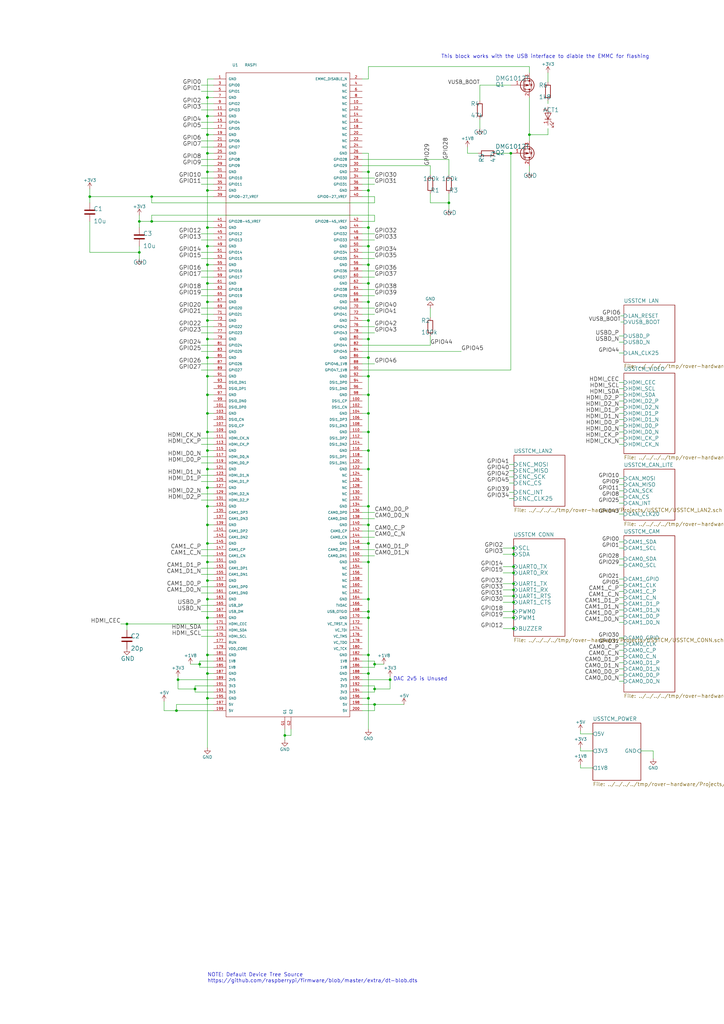
<source format=kicad_sch>
(kicad_sch (version 20230121) (generator eeschema)
  (paper "A3" portrait)
  (title_block (title "USSTCM.sch") (date "9 JUN 2016"))
  (junction (at 72.39 291.465))
  (junction (at 85.09 47.625))
  (junction (at 85.09 78.105))
  (junction (at 210.693 250.825))
  (junction (at 85.09 123.825))
  (junction (at 80.01 282.575))
  (junction (at 210.693 241.935))
  (junction (at 62.23 80.645))
  (junction (at 151.13 93.345))
  (junction (at 151.13 146.685))
  (junction (at 151.13 154.305))
  (junction (at 85.09 55.245))
  (junction (at 151.13 215.265))
  (junction (at 85.09 169.545))
  (junction (at 217.17 55.245))
  (junction (at 151.13 161.925))
  (junction (at 85.09 215.265))
  (junction (at 85.09 93.345))
  (junction (at 85.09 200.025))
  (junction (at 151.13 177.165))
  (junction (at 210.693 227.33))
  (junction (at 210.693 239.395))
  (junction (at 151.13 184.785))
  (junction (at 151.13 268.605))
  (junction (at 85.09 146.685))
  (junction (at 85.09 70.485))
  (junction (at 85.09 62.865))
  (junction (at 151.13 230.505))
  (junction (at 151.13 123.825))
  (junction (at 85.09 116.205))
  (junction (at 85.09 230.505))
  (junction (at 151.13 78.105))
  (junction (at 85.09 222.885))
  (junction (at 85.09 40.005))
  (junction (at 73.025 278.765))
  (junction (at 116.84 301.625))
  (junction (at 210.693 257.81))
  (junction (at 151.13 253.365))
  (junction (at 151.13 70.485))
  (junction (at 151.13 222.885))
  (junction (at 151.13 108.585))
  (junction (at 62.23 90.805))
  (junction (at 85.09 161.925))
  (junction (at 210.693 247.015))
  (junction (at 153.67 288.925))
  (junction (at 151.13 286.385))
  (junction (at 209.55 62.865))
  (junction (at 57.15 103.505))
  (junction (at 151.13 276.225))
  (junction (at 81.915 272.415))
  (junction (at 210.693 244.475))
  (junction (at 85.09 177.165))
  (junction (at 85.09 245.745))
  (junction (at 151.13 250.825))
  (junction (at 151.13 131.445))
  (junction (at 153.67 272.415))
  (junction (at 57.15 90.805))
  (junction (at 85.09 207.645))
  (junction (at 151.13 245.745))
  (junction (at 210.693 232.41))
  (junction (at 85.09 108.585))
  (junction (at 151.13 139.065))
  (junction (at 151.13 207.645))
  (junction (at 151.13 116.205))
  (junction (at 153.67 282.575))
  (junction (at 210.693 234.95))
  (junction (at 85.09 253.365))
  (junction (at 85.09 100.965))
  (junction (at 85.09 276.225))
  (junction (at 85.09 192.405))
  (junction (at 85.09 184.785))
  (junction (at 85.09 286.385))
  (junction (at 151.13 169.545))
  (junction (at 85.09 131.445))
  (junction (at 85.09 268.605))
  (junction (at 160.02 278.765))
  (junction (at 85.09 154.305))
  (junction (at 52.07 255.905))
  (junction (at 184.15 83.185))
  (junction (at 210.693 253.365))
  (junction (at 151.13 100.965))
  (junction (at 151.13 192.405))
  (junction (at 36.83 80.645))
  (junction (at 85.09 139.065))
  (junction (at 210.693 224.79))
  (junction (at 85.09 238.125))
  (wire (pts (xy 62.23 90.805) (xy 87.63 90.805)))
  (wire (pts (xy 255.905 245.11) (xy 254 245.11)))
  (wire (pts (xy 85.09 146.685) (xy 85.09 154.305)))
  (wire (pts (xy 85.09 207.645) (xy 85.09 215.265)))
  (wire (pts (xy 87.63 128.905) (xy 82.55 128.905)))
  (wire (pts (xy 148.59 75.565) (xy 153.67 75.565)))
  (wire (pts (xy 87.63 47.625) (xy 85.09 47.625)))
  (wire (pts (xy 87.63 161.925) (xy 85.09 161.925)))
  (wire (pts (xy 254 164.465) (xy 255.905 164.465)))
  (wire (pts (xy 87.63 227.965) (xy 82.55 227.965)))
  (wire (pts (xy 153.67 282.575) (xy 153.67 283.845)))
  (wire (pts (xy 57.15 90.805) (xy 62.23 90.805)))
  (wire (pts (xy 254 255.27) (xy 255.905 255.27)))
  (wire (pts (xy 148.59 151.765) (xy 209.55 151.765)))
  (wire (pts (xy 217.17 27.305) (xy 217.17 29.845)))
  (wire (pts (xy 148.59 106.045) (xy 153.67 106.045)))
  (wire (pts (xy 85.09 238.125) (xy 85.09 245.745)))
  (wire (pts (xy 254 137.795) (xy 255.905 137.795)))
  (wire (pts (xy 85.09 169.545) (xy 85.09 177.165)))
  (wire (pts (xy 255.905 196.215) (xy 254 196.215)))
  (wire (pts (xy 148.59 98.425) (xy 153.67 98.425)))
  (wire (pts (xy 210.82 190.5) (xy 208.915 190.5)))
  (wire (pts (xy 87.63 243.205) (xy 82.55 243.205)))
  (wire (pts (xy 255.905 132.08) (xy 254.635 132.08)))
  (wire (pts (xy 148.59 227.965) (xy 153.67 227.965)))
  (wire (pts (xy 151.13 93.345) (xy 151.13 100.965)))
  (wire (pts (xy 87.63 37.465) (xy 82.55 37.465)))
  (wire (pts (xy 148.59 93.345) (xy 151.13 93.345)))
  (wire (pts (xy 87.63 118.745) (xy 82.55 118.745)))
  (wire (pts (xy 87.63 207.645) (xy 85.09 207.645)))
  (wire (pts (xy 255.905 198.755) (xy 254 198.755)))
  (wire (pts (xy 87.63 116.205) (xy 85.09 116.205)))
  (wire (pts (xy 254 247.65) (xy 255.905 247.65)))
  (wire (pts (xy 36.83 77.47) (xy 36.83 80.645)))
  (wire (pts (xy 208.915 201.93) (xy 210.82 201.93)))
  (wire (pts (xy 151.13 207.645) (xy 151.13 215.265)))
  (wire (pts (xy 148.59 212.725) (xy 153.67 212.725)))
  (wire (pts (xy 254 269.24) (xy 255.905 269.24)))
  (wire (pts (xy 160.02 282.575) (xy 153.67 282.575)))
  (wire (pts (xy 153.67 80.645) (xy 153.67 83.185)))
  (wire (pts (xy 238.125 314.96) (xy 238.125 313.69)))
  (wire (pts (xy 62.23 88.265) (xy 62.23 90.805)))
  (wire (pts (xy 87.63 70.485) (xy 85.09 70.485)))
  (wire (pts (xy 87.63 194.945) (xy 82.55 194.945)))
  (wire (pts (xy 224.79 55.245) (xy 217.17 55.245)))
  (wire (pts (xy 153.67 288.925) (xy 165.735 288.925)))
  (wire (pts (xy 87.63 111.125) (xy 82.55 111.125)))
  (wire (pts (xy 151.13 27.305) (xy 217.17 27.305)))
  (wire (pts (xy 210.693 253.365) (xy 206.375 253.365)))
  (wire (pts (xy 57.15 90.805) (xy 57.15 93.345)))
  (wire (pts (xy 157.48 272.415) (xy 153.67 272.415)))
  (wire (pts (xy 151.13 245.745) (xy 151.13 250.825)))
  (wire (pts (xy 255.905 224.79) (xy 254 224.79)))
  (wire (pts (xy 73.025 278.765) (xy 73.025 282.575)))
  (wire (pts (xy 87.63 189.865) (xy 82.55 189.865)))
  (wire (pts (xy 85.09 192.405) (xy 85.09 200.025)))
  (wire (pts (xy 254 169.545) (xy 255.905 169.545)))
  (wire (pts (xy 254 140.335) (xy 255.905 140.335)))
  (wire (pts (xy 57.15 103.505) (xy 57.15 106.045)))
  (wire (pts (xy 151.13 32.385) (xy 151.13 27.305)))
  (wire (pts (xy 80.01 283.845) (xy 87.63 283.845)))
  (wire (pts (xy 151.13 192.405) (xy 151.13 207.645)))
  (wire (pts (xy 87.63 240.665) (xy 82.55 240.665)))
  (wire (pts (xy 151.13 169.545) (xy 151.13 177.165)))
  (wire (pts (xy 87.63 136.525) (xy 82.55 136.525)))
  (wire (pts (xy 243.205 314.96) (xy 238.125 314.96)))
  (wire (pts (xy 85.09 70.485) (xy 85.09 78.105)))
  (wire (pts (xy 148.59 177.165) (xy 151.13 177.165)))
  (wire (pts (xy 148.59 100.965) (xy 151.13 100.965)))
  (wire (pts (xy 209.55 151.765) (xy 209.55 62.865)))
  (wire (pts (xy 176.53 126.365) (xy 176.53 130.175)))
  (wire (pts (xy 254 279.4) (xy 255.905 279.4)))
  (wire (pts (xy 176.53 79.375) (xy 176.53 83.185)))
  (wire (pts (xy 151.13 215.265) (xy 151.13 222.885)))
  (wire (pts (xy 148.59 65.405) (xy 184.15 65.405)))
  (wire (pts (xy 153.67 271.145) (xy 153.67 272.415)))
  (wire (pts (xy 87.63 139.065) (xy 85.09 139.065)))
  (wire (pts (xy 87.63 78.105) (xy 85.09 78.105)))
  (wire (pts (xy 254 167.005) (xy 255.905 167.005)))
  (wire (pts (xy 148.59 103.505) (xy 153.67 103.505)))
  (wire (pts (xy 87.63 34.925) (xy 82.55 34.925)))
  (wire (pts (xy 255.905 264.16) (xy 254 264.16)))
  (wire (pts (xy 184.15 79.375) (xy 184.15 83.185)))
  (wire (pts (xy 210.693 239.395) (xy 206.375 239.395)))
  (wire (pts (xy 210.82 204.47) (xy 208.915 204.47)))
  (wire (pts (xy 57.15 103.505) (xy 36.83 103.505)))
  (wire (pts (xy 49.53 255.905) (xy 52.07 255.905)))
  (wire (pts (xy 87.63 245.745) (xy 85.09 245.745)))
  (wire (pts (xy 52.07 255.905) (xy 87.63 255.905)))
  (wire (pts (xy 210.693 224.79) (xy 206.375 224.79)))
  (wire (pts (xy 153.67 272.415) (xy 153.67 273.685)))
  (wire (pts (xy 210.693 244.475) (xy 206.375 244.475)))
  (wire (pts (xy 151.13 62.865) (xy 151.13 70.485)))
  (wire (pts (xy 87.63 100.965) (xy 85.09 100.965)))
  (wire (pts (xy 87.63 202.565) (xy 82.55 202.565)))
  (wire (pts (xy 87.63 154.305) (xy 85.09 154.305)))
  (wire (pts (xy 87.63 121.285) (xy 82.55 121.285)))
  (wire (pts (xy 176.53 141.605) (xy 148.59 141.605)))
  (wire (pts (xy 148.59 278.765) (xy 160.02 278.765)))
  (wire (pts (xy 151.13 131.445) (xy 151.13 139.065)))
  (wire (pts (xy 87.63 200.025) (xy 85.09 200.025)))
  (wire (pts (xy 254 266.7) (xy 255.905 266.7)))
  (wire (pts (xy 116.84 299.085) (xy 116.84 301.625)))
  (wire (pts (xy 148.59 192.405) (xy 151.13 192.405)))
  (wire (pts (xy 87.63 126.365) (xy 82.55 126.365)))
  (wire (pts (xy 254 250.19) (xy 255.905 250.19)))
  (wire (pts (xy 153.67 283.845) (xy 148.59 283.845)))
  (wire (pts (xy 254 177.165) (xy 255.905 177.165)))
  (wire (pts (xy 148.59 225.425) (xy 153.67 225.425)))
  (wire (pts (xy 148.59 32.385) (xy 151.13 32.385)))
  (wire (pts (xy 176.53 137.795) (xy 176.53 141.605)))
  (wire (pts (xy 87.63 276.225) (xy 85.09 276.225)))
  (wire (pts (xy 148.59 253.365) (xy 151.13 253.365)))
  (wire (pts (xy 238.125 300.99) (xy 238.125 299.72)))
  (wire (pts (xy 148.59 78.105) (xy 151.13 78.105)))
  (wire (pts (xy 87.63 62.865) (xy 85.09 62.865)))
  (wire (pts (xy 160.02 277.495) (xy 160.02 278.765)))
  (wire (pts (xy 151.13 184.785) (xy 151.13 192.405)))
  (wire (pts (xy 255.905 222.25) (xy 254 222.25)))
  (wire (pts (xy 87.63 141.605) (xy 82.55 141.605)))
  (wire (pts (xy 87.63 222.885) (xy 85.09 222.885)))
  (wire (pts (xy 210.693 247.015) (xy 206.375 247.015)))
  (wire (pts (xy 87.63 52.705) (xy 82.55 52.705)))
  (wire (pts (xy 151.13 123.825) (xy 151.13 131.445)))
  (wire (pts (xy 87.63 45.085) (xy 82.55 45.085)))
  (wire (pts (xy 255.905 206.375) (xy 254 206.375)))
  (wire (pts (xy 87.63 230.505) (xy 85.09 230.505)))
  (wire (pts (xy 148.59 131.445) (xy 151.13 131.445)))
  (wire (pts (xy 151.13 100.965) (xy 151.13 108.585)))
  (wire (pts (xy 36.83 80.645) (xy 62.23 80.645)))
  (wire (pts (xy 87.63 73.025) (xy 82.55 73.025)))
  (wire (pts (xy 87.63 98.425) (xy 82.55 98.425)))
  (wire (pts (xy 255.905 159.385) (xy 254 159.385)))
  (wire (pts (xy 191.77 60.325) (xy 191.77 62.865)))
  (wire (pts (xy 148.59 288.925) (xy 153.67 288.925)))
  (wire (pts (xy 72.39 288.925) (xy 72.39 291.465)))
  (wire (pts (xy 151.13 250.825) (xy 151.13 253.365)))
  (wire (pts (xy 87.63 113.665) (xy 82.55 113.665)))
  (wire (pts (xy 148.59 146.685) (xy 151.13 146.685)))
  (wire (pts (xy 87.63 187.325) (xy 82.55 187.325)))
  (wire (pts (xy 255.905 201.295) (xy 254 201.295)))
  (wire (pts (xy 153.67 88.265) (xy 62.23 88.265)))
  (wire (pts (xy 217.17 40.005) (xy 217.17 55.245)))
  (wire (pts (xy 85.09 154.305) (xy 85.09 161.925)))
  (wire (pts (xy 87.63 192.405) (xy 85.09 192.405)))
  (wire (pts (xy 191.77 62.865) (xy 196.215 62.865)))
  (wire (pts (xy 255.905 210.82) (xy 254 210.82)))
  (wire (pts (xy 196.85 48.895) (xy 196.85 52.705)))
  (wire (pts (xy 87.63 288.925) (xy 72.39 288.925)))
  (wire (pts (xy 87.63 197.485) (xy 82.55 197.485)))
  (wire (pts (xy 210.82 198.12) (xy 208.915 198.12)))
  (wire (pts (xy 254 144.78) (xy 255.905 144.78)))
  (wire (pts (xy 87.63 238.125) (xy 85.09 238.125)))
  (wire (pts (xy 85.09 100.965) (xy 85.09 108.585)))
  (wire (pts (xy 151.13 253.365) (xy 151.13 268.605)))
  (wire (pts (xy 87.63 32.385) (xy 85.09 32.385)))
  (wire (pts (xy 85.09 40.005) (xy 87.63 40.005)))
  (wire (pts (xy 151.13 116.205) (xy 151.13 123.825)))
  (wire (pts (xy 148.59 230.505) (xy 151.13 230.505)))
  (wire (pts (xy 210.82 247.015) (xy 210.693 247.015)))
  (wire (pts (xy 148.59 111.125) (xy 153.67 111.125)))
  (wire (pts (xy 238.125 307.975) (xy 238.125 306.705)))
  (wire (pts (xy 148.59 207.645) (xy 151.13 207.645)))
  (wire (pts (xy 87.63 60.325) (xy 82.55 60.325)))
  (wire (pts (xy 153.67 273.685) (xy 148.59 273.685)))
  (wire (pts (xy 255.905 261.62) (xy 254 261.62)))
  (wire (pts (xy 148.59 217.805) (xy 153.67 217.805)))
  (wire (pts (xy 87.63 75.565) (xy 82.55 75.565)))
  (wire (pts (xy 87.63 57.785) (xy 82.55 57.785)))
  (wire (pts (xy 151.13 161.925) (xy 151.13 169.545)))
  (wire (pts (xy 153.67 83.185) (xy 62.23 83.185)))
  (wire (pts (xy 255.905 240.03) (xy 254 240.03)))
  (wire (pts (xy 184.15 65.405) (xy 184.15 71.755)))
  (wire (pts (xy 148.59 116.205) (xy 151.13 116.205)))
  (wire (pts (xy 224.79 52.705) (xy 224.79 55.245)))
  (wire (pts (xy 87.63 133.985) (xy 82.55 133.985)))
  (wire (pts (xy 151.13 139.065) (xy 151.13 146.685)))
  (wire (pts (xy 87.63 144.145) (xy 82.55 144.145)))
  (wire (pts (xy 87.63 268.605) (xy 85.09 268.605)))
  (wire (pts (xy 255.905 231.775) (xy 254 231.775)))
  (wire (pts (xy 116.84 301.625) (xy 119.38 301.625)))
  (wire (pts (xy 148.59 80.645) (xy 153.67 80.645)))
  (wire (pts (xy 87.63 260.985) (xy 82.55 260.985)))
  (wire (pts (xy 87.63 95.885) (xy 82.55 95.885)))
  (wire (pts (xy 87.63 106.045) (xy 82.55 106.045)))
  (wire (pts (xy 81.915 271.145) (xy 81.915 272.415)))
  (wire (pts (xy 87.63 169.545) (xy 85.09 169.545)))
  (wire (pts (xy 196.85 34.925) (xy 196.85 41.275)))
  (wire (pts (xy 85.09 93.345) (xy 85.09 100.965)))
  (wire (pts (xy 36.83 103.505) (xy 36.83 90.805)))
  (wire (pts (xy 254 237.49) (xy 255.905 237.49)))
  (wire (pts (xy 153.67 288.925) (xy 153.67 291.465)))
  (wire (pts (xy 210.82 195.58) (xy 208.915 195.58)))
  (wire (pts (xy 224.79 29.845) (xy 224.79 33.655)))
  (wire (pts (xy 148.59 90.805) (xy 153.67 90.805)))
  (wire (pts (xy 148.59 70.485) (xy 151.13 70.485)))
  (wire (pts (xy 87.63 67.945) (xy 82.55 67.945)))
  (wire (pts (xy 67.31 287.655) (xy 67.31 291.465)))
  (wire (pts (xy 148.59 222.885) (xy 151.13 222.885)))
  (wire (pts (xy 87.63 177.165) (xy 85.09 177.165)))
  (wire (pts (xy 85.09 108.585) (xy 85.09 116.205)))
  (wire (pts (xy 87.63 253.365) (xy 85.09 253.365)))
  (wire (pts (xy 151.13 78.105) (xy 151.13 93.345)))
  (wire (pts (xy 87.63 55.245) (xy 85.09 55.245)))
  (wire (pts (xy 87.63 108.585) (xy 85.09 108.585)))
  (wire (pts (xy 210.82 253.365) (xy 210.693 253.365)))
  (wire (pts (xy 85.09 215.265) (xy 85.09 222.885)))
  (wire (pts (xy 81.915 272.415) (xy 81.915 273.685)))
  (wire (pts (xy 209.55 62.865) (xy 203.835 62.865)))
  (wire (pts (xy 73.025 282.575) (xy 80.01 282.575)))
  (wire (pts (xy 210.82 224.79) (xy 210.693 224.79)))
  (wire (pts (xy 87.63 248.285) (xy 82.55 248.285)))
  (wire (pts (xy 210.693 250.825) (xy 206.375 250.825)))
  (wire (pts (xy 87.63 146.685) (xy 85.09 146.685)))
  (wire (pts (xy 85.09 200.025) (xy 85.09 207.645)))
  (wire (pts (xy 81.915 273.685) (xy 87.63 273.685)))
  (wire (pts (xy 62.23 83.185) (xy 62.23 80.645)))
  (wire (pts (xy 262.89 307.975) (xy 267.97 307.975)))
  (wire (pts (xy 151.13 146.685) (xy 151.13 154.305)))
  (wire (pts (xy 254 174.625) (xy 255.905 174.625)))
  (wire (pts (xy 87.63 50.165) (xy 82.55 50.165)))
  (wire (pts (xy 151.13 222.885) (xy 151.13 230.505)))
  (wire (pts (xy 254 252.73) (xy 255.905 252.73)))
  (wire (pts (xy 148.59 136.525) (xy 153.67 136.525)))
  (wire (pts (xy 148.59 215.265) (xy 151.13 215.265)))
  (wire (pts (xy 255.905 276.86) (xy 254 276.86)))
  (wire (pts (xy 148.59 154.305) (xy 151.13 154.305)))
  (wire (pts (xy 148.59 108.585) (xy 151.13 108.585)))
  (wire (pts (xy 148.59 139.065) (xy 151.13 139.065)))
  (wire (pts (xy 148.59 62.865) (xy 151.13 62.865)))
  (wire (pts (xy 62.23 80.645) (xy 87.63 80.645)))
  (wire (pts (xy 255.905 203.835) (xy 254 203.835)))
  (wire (pts (xy 78.105 272.415) (xy 81.915 272.415)))
  (wire (pts (xy 210.82 257.81) (xy 210.693 257.81)))
  (wire (pts (xy 87.63 93.345) (xy 85.09 93.345)))
  (wire (pts (xy 87.63 184.785) (xy 85.09 184.785)))
  (wire (pts (xy 210.693 227.33) (xy 206.375 227.33)))
  (wire (pts (xy 254 172.085) (xy 255.905 172.085)))
  (wire (pts (xy 148.59 95.885) (xy 153.67 95.885)))
  (wire (pts (xy 85.09 123.825) (xy 85.09 131.445)))
  (wire (pts (xy 148.59 210.185) (xy 153.67 210.185)))
  (wire (pts (xy 87.63 258.445) (xy 82.55 258.445)))
  (wire (pts (xy 148.59 245.745) (xy 151.13 245.745)))
  (wire (pts (xy 148.59 268.605) (xy 151.13 268.605)))
  (wire (pts (xy 85.09 276.225) (xy 85.09 286.385)))
  (wire (pts (xy 148.59 73.025) (xy 153.67 73.025)))
  (wire (pts (xy 116.84 301.625) (xy 116.84 303.53)))
  (wire (pts (xy 148.59 118.745) (xy 153.67 118.745)))
  (wire (pts (xy 73.025 278.765) (xy 87.63 278.765)))
  (wire (pts (xy 85.09 245.745) (xy 85.09 253.365)))
  (wire (pts (xy 153.67 291.465) (xy 148.59 291.465)))
  (wire (pts (xy 151.13 276.225) (xy 151.13 286.385)))
  (wire (pts (xy 151.13 154.305) (xy 151.13 161.925)))
  (wire (pts (xy 87.63 123.825) (xy 85.09 123.825)))
  (wire (pts (xy 85.09 286.385) (xy 85.09 306.705)))
  (wire (pts (xy 85.09 268.605) (xy 85.09 276.225)))
  (wire (pts (xy 151.13 230.505) (xy 151.13 245.745)))
  (wire (pts (xy 148.59 161.925) (xy 151.13 161.925)))
  (wire (pts (xy 57.15 88.265) (xy 57.15 90.805)))
  (wire (pts (xy 85.09 222.885) (xy 85.09 230.505)))
  (wire (pts (xy 151.13 108.585) (xy 151.13 116.205)))
  (wire (pts (xy 148.59 184.785) (xy 151.13 184.785)))
  (wire (pts (xy 80.01 281.305) (xy 80.01 282.575)))
  (wire (pts (xy 210.82 193.04) (xy 208.915 193.04)))
  (wire (pts (xy 255.905 129.54) (xy 254.635 129.54)))
  (wire (pts (xy 52.07 258.445) (xy 52.07 255.905)))
  (wire (pts (xy 148.59 128.905) (xy 153.67 128.905)))
  (wire (pts (xy 176.53 67.945) (xy 176.53 71.755)))
  (wire (pts (xy 87.63 149.225) (xy 82.55 149.225)))
  (wire (pts (xy 176.53 83.185) (xy 184.15 83.185)))
  (wire (pts (xy 148.59 281.305) (xy 153.67 281.305)))
  (wire (pts (xy 254 156.845) (xy 255.905 156.845)))
  (wire (pts (xy 151.13 70.485) (xy 151.13 78.105)))
  (wire (pts (xy 85.09 230.505) (xy 85.09 238.125)))
  (wire (pts (xy 254 179.705) (xy 255.905 179.705)))
  (wire (pts (xy 148.59 250.825) (xy 151.13 250.825)))
  (wire (pts (xy 148.59 169.545) (xy 151.13 169.545)))
  (wire (pts (xy 255.905 161.925) (xy 254 161.925)))
  (wire (pts (xy 210.693 234.95) (xy 206.375 234.95)))
  (wire (pts (xy 255.905 229.235) (xy 254 229.235)))
  (wire (pts (xy 217.17 55.245) (xy 217.17 57.785)))
  (wire (pts (xy 87.63 271.145) (xy 81.915 271.145)))
  (wire (pts (xy 119.38 301.625) (xy 119.38 299.085)))
  (wire (pts (xy 85.09 62.865) (xy 85.09 70.485)))
  (wire (pts (xy 151.13 177.165) (xy 151.13 184.785)))
  (wire (pts (xy 87.63 233.045) (xy 82.55 233.045)))
  (wire (pts (xy 148.59 149.225) (xy 153.67 149.225)))
  (wire (pts (xy 57.15 100.965) (xy 57.15 103.505)))
  (wire (pts (xy 210.82 227.33) (xy 210.693 227.33)))
  (wire (pts (xy 87.63 179.705) (xy 82.55 179.705)))
  (wire (pts (xy 151.13 286.385) (xy 151.13 299.085)))
  (wire (pts (xy 224.79 41.275) (xy 224.79 42.545)))
  (wire (pts (xy 85.09 161.925) (xy 85.09 169.545)))
  (wire (pts (xy 210.82 241.935) (xy 210.693 241.935)))
  (wire (pts (xy 87.63 215.265) (xy 85.09 215.265)))
  (wire (pts (xy 210.82 250.825) (xy 210.693 250.825)))
  (wire (pts (xy 85.09 55.245) (xy 85.09 62.865)))
  (wire (pts (xy 255.905 271.78) (xy 254 271.78)))
  (wire (pts (xy 148.59 121.285) (xy 153.67 121.285)))
  (wire (pts (xy 85.09 184.785) (xy 85.09 192.405)))
  (wire (pts (xy 210.693 241.935) (xy 206.375 241.935)))
  (wire (pts (xy 85.09 286.385) (xy 87.63 286.385)))
  (wire (pts (xy 210.82 239.395) (xy 210.693 239.395)))
  (wire (pts (xy 148.59 67.945) (xy 176.53 67.945)))
  (wire (pts (xy 85.09 47.625) (xy 85.09 55.245)))
  (wire (pts (xy 85.09 32.385) (xy 85.09 40.005)))
  (wire (pts (xy 87.63 235.585) (xy 82.55 235.585)))
  (wire (pts (xy 148.59 113.665) (xy 153.67 113.665)))
  (wire (pts (xy 254 182.245) (xy 255.905 182.245)))
  (wire (pts (xy 153.67 90.805) (xy 153.67 88.265)))
  (wire (pts (xy 87.63 281.305) (xy 80.01 281.305)))
  (wire (pts (xy 72.39 291.465) (xy 87.63 291.465)))
  (wire (pts (xy 85.09 116.205) (xy 85.09 123.825)))
  (wire (pts (xy 87.63 131.445) (xy 85.09 131.445)))
  (wire (pts (xy 85.09 139.065) (xy 85.09 146.685)))
  (wire (pts (xy 87.63 151.765) (xy 82.55 151.765)))
  (wire (pts (xy 73.025 277.495) (xy 73.025 278.765)))
  (wire (pts (xy 210.82 234.95) (xy 210.693 234.95)))
  (wire (pts (xy 148.59 126.365) (xy 153.67 126.365)))
  (wire (pts (xy 148.59 220.345) (xy 153.67 220.345)))
  (wire (pts (xy 87.63 205.105) (xy 82.55 205.105)))
  (wire (pts (xy 151.13 268.605) (xy 151.13 276.225)))
  (wire (pts (xy 196.85 34.925) (xy 209.55 34.925)))
  (wire (pts (xy 85.09 131.445) (xy 85.09 139.065)))
  (wire (pts (xy 210.82 232.41) (xy 210.693 232.41)))
  (wire (pts (xy 267.97 307.975) (xy 267.97 311.15)))
  (wire (pts (xy 36.83 80.645) (xy 36.83 83.185)))
  (wire (pts (xy 151.13 286.385) (xy 148.59 286.385)))
  (wire (pts (xy 87.63 65.405) (xy 82.55 65.405)))
  (wire (pts (xy 87.63 250.825) (xy 82.55 250.825)))
  (wire (pts (xy 85.09 253.365) (xy 85.09 268.605)))
  (wire (pts (xy 85.09 40.005) (xy 85.09 47.625)))
  (wire (pts (xy 243.205 307.975) (xy 238.125 307.975)))
  (wire (pts (xy 153.67 281.305) (xy 153.67 282.575)))
  (wire (pts (xy 210.82 244.475) (xy 210.693 244.475)))
  (wire (pts (xy 210.693 257.81) (xy 206.375 257.81)))
  (wire (pts (xy 148.59 144.145) (xy 189.23 144.145)))
  (wire (pts (xy 210.693 232.41) (xy 206.375 232.41)))
  (wire (pts (xy 160.02 278.765) (xy 160.02 282.575)))
  (wire (pts (xy 85.09 78.105) (xy 85.09 93.345)))
  (wire (pts (xy 87.63 182.245) (xy 82.55 182.245)))
  (wire (pts (xy 67.31 291.465) (xy 72.39 291.465)))
  (wire (pts (xy 87.63 42.545) (xy 82.55 42.545)))
  (wire (pts (xy 87.63 225.425) (xy 82.55 225.425)))
  (wire (pts (xy 85.09 177.165) (xy 85.09 184.785)))
  (wire (pts (xy 254 242.57) (xy 255.905 242.57)))
  (wire (pts (xy 148.59 271.145) (xy 153.67 271.145)))
  (wire (pts (xy 148.59 276.225) (xy 151.13 276.225)))
  (wire (pts (xy 87.63 103.505) (xy 82.55 103.505)))
  (wire (pts (xy 254 274.32) (xy 255.905 274.32)))
  (wire (pts (xy 217.17 67.945) (xy 217.17 70.485)))
  (wire (pts (xy 148.59 133.985) (xy 153.67 133.985)))
  (wire (pts (xy 184.15 83.185) (xy 184.15 85.725)))
  (wire (pts (xy 148.59 123.825) (xy 151.13 123.825)))
  (wire (pts (xy 243.205 300.99) (xy 238.125 300.99)))
  (wire (pts (xy 80.01 282.575) (xy 80.01 283.845)))
  (text "This block works with the USB interface to diable the EMMC for flashing" (at 180.975 24.13 0) (effects (font (size 1.524 1.524)) (justify left bottom)))
  (text "NOTE: Default Device Tree Source\nhttps://github.com/raspberrypi/firmware/blob/master/extra/dt-blob.dts" (at 85.09 403.225 0) (effects (font (size 1.524 1.524)) (justify left bottom)))
  (text "DAC 2v5 is Unused" (at 161.29 279.4 0) (effects (font (size 1.524 1.524)) (justify left bottom)))
  (label "VUSB_BOOT" (at 254.635 132.08 180) (effects (font (size 1.524 1.524))))
  (label "GPIO7" (at 82.55 60.325 180) (effects (font (size 1.651 1.651))))
  (label "GPIO31" (at 153.67 75.565 0) (effects (font (size 1.651 1.651))))
  (label "HDMI_CK_P" (at 254 179.705 180) (effects (font (size 1.651 1.651))))
  (label "GPIO33" (at 206.375 241.935 180) (effects (font (size 1.651 1.651))))
  (label "GPIO15" (at 82.55 106.045 180) (effects (font (size 1.651 1.651))))
  (label "GPIO2" (at 82.55 42.545 180) (effects (font (size 1.651 1.651))))
  (label "GPIO34" (at 208.915 204.47 180) (effects (font (size 1.651 1.651))))
  (label "GPIO1" (at 82.55 37.465 180) (effects (font (size 1.651 1.651))))
  (label "HDMI_D2_P" (at 82.55 205.105 180) (effects (font (size 1.651 1.651))))
  (label "GPIO19" (at 82.55 121.285 180) (effects (font (size 1.651 1.651))))
  (label "HDMI_D2_N" (at 82.55 202.565 180) (effects (font (size 1.651 1.651))))
  (label "GPIO28" (at 254 229.235 180) (effects (font (size 1.524 1.524))))
  (label "GPIO31" (at 254 264.16 180) (effects (font (size 1.524 1.524))))
  (label "GPIO1" (at 254 224.79 180) (effects (font (size 1.524 1.524))))
  (label "CAM1_D0_N" (at 82.55 243.205 180) (effects (font (size 1.651 1.651))))
  (label "GPIO17" (at 82.55 113.665 180) (effects (font (size 1.651 1.651))))
  (label "GPIO27" (at 82.55 151.765 180) (effects (font (size 1.651 1.651))))
  (label "GPIO19" (at 206.375 253.365 180) (effects (font (size 1.651 1.651))))
  (label "HDMI_D1_N" (at 254 172.085 180) (effects (font (size 1.651 1.651))))
  (label "GPIO5" (at 82.55 52.705 180) (effects (font (size 1.651 1.651))))
  (label "CAM0_D1_N" (at 254 274.32 180) (effects (font (size 1.651 1.651))))
  (label "GPIO45" (at 208.915 198.12 180) (effects (font (size 1.651 1.651))))
  (label "GPIO12" (at 82.55 95.885 180) (effects (font (size 1.651 1.651))))
  (label "CAM1_C_P" (at 82.55 225.425 180) (effects (font (size 1.651 1.651))))
  (label "CAM0_D0_P" (at 254 276.86 180) (effects (font (size 1.651 1.651))))
  (label "GPIO43" (at 254 210.82 180) (effects (font (size 1.524 1.524))))
  (label "CAM1_D1_N" (at 254 250.19 180) (effects (font (size 1.651 1.651))))
  (label "GPIO25" (at 82.55 144.145 180) (effects (font (size 1.651 1.651))))
  (label "GPIO39" (at 153.67 121.285 0) (effects (font (size 1.651 1.651))))
  (label "CAM0_C_P" (at 254 266.7 180) (effects (font (size 1.651 1.651))))
  (label "CAM0_D1_P" (at 254 271.78 180) (effects (font (size 1.651 1.651))))
  (label "GPIO38" (at 153.67 118.745 0) (effects (font (size 1.651 1.651))))
  (label "GPIO46" (at 153.67 149.225 0) (effects (font (size 1.651 1.651))))
  (label "GPIO8" (at 82.55 65.405 180) (effects (font (size 1.651 1.651))))
  (label "GPIO3" (at 82.55 45.085 180) (effects (font (size 1.651 1.651))))
  (label "GPIO14" (at 82.55 103.505 180) (effects (font (size 1.651 1.651))))
  (label "CAM1_D1_P" (at 254 247.65 180) (effects (font (size 1.651 1.651))))
  (label "GPIO23" (at 82.55 136.525 180) (effects (font (size 1.651 1.651))))
  (label "HDMI_D0_P" (at 82.55 189.865 180) (effects (font (size 1.651 1.651))))
  (label "USBD_P" (at 254 137.795 180) (effects (font (size 1.651 1.651))))
  (label "HDMI_D1_N" (at 82.55 194.945 180) (effects (font (size 1.651 1.651))))
  (label "GPIO15" (at 206.375 234.95 180) (effects (font (size 1.651 1.651))))
  (label "GPIO30" (at 206.375 247.015 180) (effects (font (size 1.651 1.651))))
  (label "CAM1_D0_N" (at 254 255.27 180) (effects (font (size 1.651 1.651))))
  (label "HDMI_D0_P" (at 254 174.625 180) (effects (font (size 1.651 1.651))))
  (label "GPIO12" (at 206.375 257.81 180) (effects (font (size 1.651 1.651))))
  (label "GPIO26" (at 82.55 149.225 180) (effects (font (size 1.651 1.651))))
  (label "GPIO11" (at 254 201.295 180) (effects (font (size 1.524 1.524))))
  (label "GPIO40" (at 153.67 126.365 0) (effects (font (size 1.651 1.651))))
  (label "GPIO40" (at 208.915 193.04 180) (effects (font (size 1.651 1.651))))
  (label "GPIO9" (at 82.55 67.945 180) (effects (font (size 1.651 1.651))))
  (label "GPIO43" (at 153.67 136.525 0) (effects (font (size 1.651 1.651))))
  (label "HDMI_SDA" (at 254 161.925 180) (effects (font (size 1.651 1.651))))
  (label "GPIO30" (at 254 261.62 180) (effects (font (size 1.524 1.524))))
  (label "GPIO39" (at 208.915 201.93 180) (effects (font (size 1.651 1.651))))
  (label "HDMI_D2_N" (at 254 167.005 180) (effects (font (size 1.651 1.651))))
  (label "GPIO42" (at 208.915 195.58 180) (effects (font (size 1.651 1.651))))
  (label "GPIO18" (at 206.375 250.825 180) (effects (font (size 1.651 1.651))))
  (label "GPIO18" (at 82.55 118.745 180) (effects (font (size 1.651 1.651))))
  (label "GPIO21" (at 82.55 128.905 180) (effects (font (size 1.651 1.651))))
  (label "CAM0_D1_N" (at 153.67 227.965 0) (effects (font (size 1.651 1.651))))
  (label "GPIO32" (at 153.67 95.885 0) (effects (font (size 1.651 1.651))))
  (label "GPIO37" (at 153.67 113.665 0) (effects (font (size 1.651 1.651))))
  (label "GPIO33" (at 153.67 98.425 0) (effects (font (size 1.651 1.651))))
  (label "GPIO10" (at 82.55 73.025 180) (effects (font (size 1.651 1.651))))
  (label "CAM0_D0_N" (at 153.67 212.725 0) (effects (font (size 1.651 1.651))))
  (label "HDMI_CEC" (at 254 156.845 180) (effects (font (size 1.651 1.651))))
  (label "VUSB_BOOT" (at 196.85 34.925 180) (effects (font (size 1.524 1.524))))
  (label "GPIO36" (at 153.67 111.125 0) (effects (font (size 1.651 1.651))))
  (label "GPIO6" (at 82.55 57.785 180) (effects (font (size 1.651 1.651))))
  (label "GPIO13" (at 82.55 98.425 180) (effects (font (size 1.651 1.651))))
  (label "CAM1_D1_P" (at 82.55 233.045 180) (effects (font (size 1.651 1.651))))
  (label "GPIO44" (at 254 144.78 180) (effects (font (size 1.524 1.524))))
  (label "GPIO9" (at 254 198.755 180) (effects (font (size 1.524 1.524))))
  (label "GPIO30" (at 153.67 73.025 0) (effects (font (size 1.651 1.651))))
  (label "HDMI_D1_P" (at 254 169.545 180) (effects (font (size 1.651 1.651))))
  (label "GPIO32" (at 206.375 239.395 180) (effects (font (size 1.651 1.651))))
  (label "GPIO0" (at 254 222.25 180) (effects (font (size 1.524 1.524))))
  (label "HDMI_CK_P" (at 82.55 182.245 180) (effects (font (size 1.651 1.651))))
  (label "GPIO42" (at 153.67 133.985 0) (effects (font (size 1.651 1.651))))
  (label "GPIO41" (at 153.67 128.905 0) (effects (font (size 1.651 1.651))))
  (label "CAM0_D1_P" (at 153.67 225.425 0) (effects (font (size 1.651 1.651))))
  (label "CAM1_C_N" (at 82.55 227.965 180) (effects (font (size 1.651 1.651))))
  (label "GPIO6" (at 254.635 129.54 180) (effects (font (size 1.651 1.651))))
  (label "GPIO4" (at 82.55 50.165 180) (effects (font (size 1.651 1.651))))
  (label "CAM0_C_P" (at 153.67 217.805 0) (effects (font (size 1.651 1.651))))
  (label "CAM1_C_P" (at 254 242.57 180) (effects (font (size 1.651 1.651))))
  (label "CAM0_C_N" (at 153.67 220.345 0) (effects (font (size 1.651 1.651))))
  (label "GPIO34" (at 153.67 103.505 0) (effects (font (size 1.651 1.651))))
  (label "GPIO29" (at 176.53 67.945 90) (effects (font (size 1.651 1.651))))
  (label "GPIO35" (at 153.67 106.045 0) (effects (font (size 1.651 1.651))))
  (label "HDMI_SCL" (at 82.55 260.985 180) (effects (font (size 1.651 1.651))))
  (label "GPIO21" (at 254 237.49 180) (effects (font (size 1.524 1.524))))
  (label "GPIO0" (at 82.55 34.925 180) (effects (font (size 1.651 1.651))))
  (label "GPIO22" (at 82.55 133.985 180) (effects (font (size 1.651 1.651))))
  (label "GPIO2" (at 206.375 224.79 180) (effects (font (size 1.651 1.651))))
  (label "GPIO8" (at 254 203.835 180) (effects (font (size 1.524 1.524))))
  (label "GPIO25" (at 254 206.375 180) (effects (font (size 1.524 1.524))))
  (label "CAM1_D0_P" (at 254 252.73 180) (effects (font (size 1.651 1.651))))
  (label "GPIO31" (at 206.375 244.475 180) (effects (font (size 1.651 1.651))))
  (label "CAM0_D0_N" (at 254 279.4 180) (effects (font (size 1.651 1.651))))
  (label "CAM1_D0_P" (at 82.55 240.665 180) (effects (font (size 1.651 1.651))))
  (label "HDMI_CK_N" (at 82.55 179.705 180) (effects (font (size 1.651 1.651))))
  (label "GPIO5" (at 254 240.03 180) (effects (font (size 1.524 1.524))))
  (label "GPIO11" (at 82.55 75.565 180) (effects (font (size 1.651 1.651))))
  (label "CAM1_D1_N" (at 82.55 235.585 180) (effects (font (size 1.651 1.651))))
  (label "CAM0_C_N" (at 254 269.24 180) (effects (font (size 1.651 1.651))))
  (label "USBD_N" (at 254 140.335 180) (effects (font (size 1.651 1.651))))
  (label "USBD_P" (at 82.55 248.285 180) (effects (font (size 1.651 1.651))))
  (label "GPIO45" (at 189.23 144.145 0) (effects (font (size 1.651 1.651))))
  (label "HDMI_CEC" (at 49.53 255.905 180) (effects (font (size 1.651 1.651))))
  (label "GPIO29" (at 254 231.775 180) (effects (font (size 1.524 1.524))))
  (label "CAM0_D0_P" (at 153.67 210.185 0) (effects (font (size 1.651 1.651))))
  (label "GPIO20" (at 82.55 126.365 180) (effects (font (size 1.651 1.651))))
  (label "HDMI_D0_N" (at 254 177.165 180) (effects (font (size 1.651 1.651))))
  (label "HDMI_D0_N" (at 82.55 187.325 180) (effects (font (size 1.651 1.651))))
  (label "GPIO10" (at 254 196.215 180) (effects (font (size 1.524 1.524))))
  (label "GPIO28" (at 184.15 65.405 90) (effects (font (size 1.651 1.651))))
  (label "HDMI_D2_P" (at 254 164.465 180) (effects (font (size 1.651 1.651))))
  (label "GPIO3" (at 206.375 227.33 180) (effects (font (size 1.651 1.651))))
  (label "HDMI_SDA" (at 82.55 258.445 180) (effects (font (size 1.651 1.651))))
  (label "GPIO41" (at 208.915 190.5 180) (effects (font (size 1.651 1.651))))
  (label "GPIO44" (at 176.53 141.605 0) (effects (font (size 1.651 1.651))))
  (label "HDMI_D1_P" (at 82.55 197.485 180) (effects (font (size 1.651 1.651))))
  (label "GPIO16" (at 82.55 111.125 180) (effects (font (size 1.651 1.651))))
  (label "GPIO14" (at 206.375 232.41 180) (effects (font (size 1.651 1.651))))
  (label "HDMI_SCL" (at 254 159.385 180) (effects (font (size 1.651 1.651))))
  (label "USBD_N" (at 82.55 250.825 180) (effects (font (size 1.651 1.651))))
  (label "HDMI_CK_N" (at 254 182.245 180) (effects (font (size 1.651 1.651))))
  (label "CAM1_C_N" (at 254 245.11 180) (effects (font (size 1.651 1.651))))
  (label "GPIO24" (at 82.55 141.605 180) (effects (font (size 1.651 1.651))))
  (symbol (lib_id "USSTCM-rescue:LED") (at 224.79 47.625 90) (unit 1)
    (property "Reference" "ACT1" (at 229.362 44.069 90) (effects (font (size 1.778 1.778)) (justify left bottom)))
    (property "Footprint" "LEDs:LED_0805" (effects hide))
  )
  (symbol (lib_id "USSTCM-rescue:C") (at 36.83 86.995 0) (unit 1)
    (property "Reference" "C1" (at 38.354 86.6394 0) (effects (font (size 1.778 1.778)) (justify left bottom)))
    (property "Value" "10u" (at 38.3286 91.694 0) (effects (font (size 1.778 1.778)) (justify left bottom)))
    (property "Footprint" "Capacitors_SMD:C_0805" (effects hide))
  )
  (symbol (lib_id "USSTCM-rescue:C") (at 57.15 97.155 0) (unit 1)
    (property "Reference" "C3" (at 58.674 96.7994 0) (effects (font (size 1.778 1.778)) (justify left bottom)))
    (property "Value" "10u" (at 58.6486 101.854 0) (effects (font (size 1.778 1.778)) (justify left bottom)))
    (property "Footprint" "Capacitors_SMD:C_0805" (effects hide))
  )
  (symbol (lib_id "USSTCM-rescue:C") (at 52.07 262.255 0) (unit 1)
    (property "Reference" "C2" (at 53.594 261.8994 0) (effects (font (size 1.778 1.778)) (justify left bottom)))
    (property "Value" "20p" (at 53.5686 266.954 0) (effects (font (size 1.778 1.778)) (justify left bottom)))
    (property "Footprint" "Capacitors_SMD:C_0805" (effects hide))
  )
  (symbol (lib_id "USSTCM-rescue:GND") (at 85.09 306.705 0) (unit 1)
    (property "Reference" "#GND01" (effects hide))
    (property "Value" "GND" (at 85.09 310.515 0))
  )
  (symbol (lib_id "USSTCM-rescue:GND") (at 151.13 299.085 0) (unit 1)
    (property "Reference" "#GND02" (effects hide))
    (property "Value" "GND" (at 151.13 302.895 0))
  )
  (symbol (lib_id "USSTCM-rescue:GND") (at 196.85 52.705 0) (unit 1)
    (property "Reference" "#GND03" (effects hide))
    (property "Value" "GND" (at 194.31 55.245 0) (effects (font (size 1.778 1.778)) (justify left bottom)))
  )
  (symbol (lib_id "USSTCM-rescue:GND") (at 217.17 70.485 0) (unit 1)
    (property "Reference" "#GND04" (effects hide))
    (property "Value" "GND" (at 214.63 73.025 0) (effects (font (size 1.778 1.778)) (justify left bottom)))
  )
  (symbol (lib_id "USSTCM-rescue:GND") (at 116.84 303.53 0) (unit 1)
    (property "Reference" "#GND05" (effects hide))
    (property "Value" "GND" (at 116.84 307.34 0))
  )
  (symbol (lib_id "USSTCM-rescue:GND") (at 184.15 85.725 0) (unit 1)
    (property "Reference" "#GND06" (effects hide))
    (property "Value" "GND" (at 181.61 88.265 0) (effects (font (size 1.778 1.778)) (justify left bottom)))
  )
  (symbol (lib_id "USSTCM-rescue:GND") (at 176.53 126.365 180) (unit 1)
    (property "Reference" "#GND07" (effects hide))
    (property "Value" "GND" (at 176.53 122.555 0))
  )
  (symbol (lib_id "USSTCM-rescue:GND") (at 57.15 106.045 0) (unit 1)
    (property "Reference" "#GND08" (effects hide))
    (property "Value" "GND" (at 54.61 108.585 0) (effects (font (size 1.778 1.778)) (justify left bottom)))
  )
  (symbol (lib_id "USSTCM-rescue:GND") (at 52.07 266.065 0) (unit 1)
    (property "Reference" "#GND09" (effects hide))
    (property "Value" "GND" (at 49.53 271.145 0) (effects (font (size 1.778 1.778)) (justify left bottom)))
  )
  (symbol (lib_id "USSTCM-rescue:+5V") (at 165.735 288.925 0) (unit 1)
    (property "Reference" "#P+010" (effects hide))
    (property "Value" "+5V" (at 165.735 285.369 0))
  )
  (symbol (lib_id "USSTCM-rescue:+5V") (at 67.31 287.655 0) (unit 1)
    (property "Reference" "#P+011" (effects hide))
    (property "Value" "+5V" (at 67.31 284.099 0))
  )
  (symbol (lib_id "USSTCM-rescue:Q_PMOS_GDS") (at 214.63 34.925 0) (mirror x) (unit 1)
    (property "Reference" "Q1" (at 203.2 33.655 0) (effects (font (size 1.778 1.778)) (justify left bottom)))
    (property "Value" "DMG1012T" (at 203.2 31.115 0) (effects (font (size 1.778 1.778)) (justify left bottom)))
    (property "Footprint" "USSTCM:TRANSISTOR-FET_SC75_INFINEON" (effects hide))
  )
  (symbol (lib_id "USSTCM-rescue:Q_PMOS_GDS") (at 214.63 62.865 0) (mirror x) (unit 1)
    (property "Reference" "Q2" (at 203.2 61.595 0) (effects (font (size 1.778 1.778)) (justify left bottom)))
    (property "Value" "DMG1012T" (at 203.2 59.055 0) (effects (font (size 1.778 1.778)) (justify left bottom)))
    (property "Footprint" "USSTCM:TRANSISTOR-FET_SC75_INFINEON" (effects hide))
  )
  (symbol (lib_id "USSTCM-rescue:R") (at 196.85 45.085 0) (unit 1)
    (property "Reference" "R4" (at 193.04 43.5864 0) (effects (font (size 1.778 1.778)) (justify left bottom)))
    (property "Value" "47k" (at 193.04 48.387 0) (effects (font (size 1.778 1.778)) (justify left bottom)))
    (property "Footprint" "Resistors_SMD:R_0805" (effects hide))
  )
  (symbol (lib_id "USSTCM-rescue:R") (at 200.025 62.865 90) (unit 1)
    (property "Reference" "R5" (at 198.5518 66.675 0) (effects (font (size 1.778 1.778)) (justify left bottom)))
    (property "Value" "47k" (at 203.327 66.675 0) (effects (font (size 1.778 1.778)) (justify left bottom)))
    (property "Footprint" "Resistors_SMD:R_0805" (effects hide))
  )
  (symbol (lib_id "USSTCM-rescue:R") (at 176.53 75.565 180) (unit 1)
    (property "Reference" "R1" (at 180.34 77.0382 0) (effects (font (size 1.778 1.778)) (justify left bottom)))
    (property "Value" "100k" (at 180.3146 72.263 0) (effects (font (size 1.778 1.778)) (justify left bottom)))
    (property "Footprint" "Resistors_SMD:R_0805" (effects hide))
  )
  (symbol (lib_id "USSTCM-rescue:R") (at 184.15 75.565 180) (unit 1)
    (property "Reference" "R3" (at 187.96 77.0382 0) (effects (font (size 1.778 1.778)) (justify left bottom)))
    (property "Value" "100k" (at 187.9346 72.263 0) (effects (font (size 1.778 1.778)) (justify left bottom)))
    (property "Footprint" "Resistors_SMD:R_0805" (effects hide))
  )
  (symbol (lib_id "USSTCM-rescue:R") (at 176.53 133.985 0) (unit 1)
    (property "Reference" "R2" (at 172.72 132.4864 0) (effects (font (size 1.778 1.778)) (justify left bottom)))
    (property "Value" "100k" (at 172.72 137.287 0) (effects (font (size 1.778 1.778)) (justify left bottom)))
    (property "Footprint" "Resistors_SMD:R_0805" (effects hide))
  )
  (symbol (lib_id "USSTCM-rescue:R") (at 224.79 37.465 0) (unit 1)
    (property "Reference" "R6" (at 220.98 35.9664 0) (effects (font (size 1.778 1.778)) (justify left bottom)))
    (property "Value" "1k8" (at 220.98 40.767 0) (effects (font (size 1.778 1.778)) (justify left bottom)))
    (property "Footprint" "Resistors_SMD:R_0805" (effects hide))
  )
  (symbol (lib_id "USSTCM-rescue:RASPI_CM") (at 118.11 154.305 0) (unit 1)
    (property "Reference" "U1" (at 95.25 27.305 0) (effects (font (size 1.143 1.143)) (justify left bottom)))
    (property "Value" "RASPI" (at 100.33 27.305 0) (effects (font (size 1.143 1.143)) (justify left bottom)))
    (property "Footprint" "USSTCM:RASPI_SO-DIMM" (effects hide))
  )
  (symbol (lib_id "USSTCM-rescue:+5V") (at 238.125 299.72 0) (unit 1)
    (property "Reference" "#PWR020" (effects hide))
    (property "Value" "+5V" (at 238.125 296.164 0))
  )
  (symbol (lib_id "USSTCM-rescue:+3V3") (at 238.125 306.705 0) (unit 1)
    (property "Reference" "#PWR021" (effects hide))
    (property "Value" "+3V3" (at 238.125 303.149 0))
  )
  (symbol (lib_id "USSTCM-rescue:+1V8") (at 238.125 313.69 0) (unit 1)
    (property "Reference" "#PWR022" (effects hide))
    (property "Value" "+1V8" (at 238.125 310.134 0))
  )
  (symbol (lib_id "USSTCM-rescue:GND") (at 267.97 311.15 0) (unit 1)
    (property "Reference" "#PWR023" (effects hide))
    (property "Value" "GND" (at 267.97 314.96 0))
  )
  (symbol (lib_id "USSTCM-rescue:+3V3") (at 224.79 29.845 0) (unit 1)
    (property "Reference" "#PWR012" (effects hide))
    (property "Value" "+3V3" (at 224.79 26.289 0))
  )
  (symbol (lib_id "USSTCM-rescue:+1V8") (at 191.77 60.325 0) (unit 1)
    (property "Reference" "#PWR013" (effects hide))
    (property "Value" "+1V8" (at 191.77 56.769 0))
  )
  (symbol (lib_id "USSTCM-rescue:+1V8") (at 157.48 272.415 0) (unit 1)
    (property "Reference" "#PWR014" (effects hide))
    (property "Value" "+1V8" (at 157.48 268.859 0))
  )
  (symbol (lib_id "USSTCM-rescue:+3V3") (at 160.02 277.495 0) (unit 1)
    (property "Reference" "#PWR015" (effects hide))
    (property "Value" "+3V3" (at 160.02 273.939 0))
  )
  (symbol (lib_id "USSTCM-rescue:+3V3") (at 73.025 277.495 0) (unit 1)
    (property "Reference" "#PWR016" (effects hide))
    (property "Value" "+3V3" (at 73.025 273.939 0))
  )
  (symbol (lib_id "USSTCM-rescue:+1V8") (at 78.105 272.415 0) (unit 1)
    (property "Reference" "#PWR017" (effects hide))
    (property "Value" "+1V8" (at 78.105 268.859 0))
  )
  (symbol (lib_id "USSTCM-rescue:+3V3") (at 36.83 77.47 0) (unit 1)
    (property "Reference" "#PWR018" (effects hide))
    (property "Value" "+3V3" (at 36.83 73.914 0))
  )
  (symbol (lib_id "USSTCM-rescue:+3V3") (at 57.15 88.265 0) (unit 1)
    (property "Reference" "#PWR019" (effects hide))
    (property "Value" "+3V3" (at 57.15 84.709 0))
  )
  (sheet (at 255.905 125.095) (size 20.955 23.495)
    (property "Sheetname" "USSTCM LAN" (at 255.905 124.2564 0) (effects (font (size 1.524 1.524)) (justify left bottom)))
    (property "Sheetfile" "../../../../tmp/rover-hardware/Projects/USSTCM/USSTCM_LAN.sch" (at 255.905 149.2762 0) (effects (font (size 1.524 1.524)) (justify left top)))
    (pin "LAN_RESET" input (at 255.905 129.54 180) (effects (font (size 1.524 1.524))))
    (pin "USBD_P" input (at 255.905 137.795 180) (effects (font (size 1.524 1.524))))
    (pin "USBD_N" input (at 255.905 140.335 180) (effects (font (size 1.524 1.524))))
    (pin "VUSB_BOOT" input (at 255.905 132.08 180) (effects (font (size 1.524 1.524))))
    (pin "LAN_CLK25" input (at 255.905 144.78 180) (effects (font (size 1.524 1.524))))
  )
  (sheet (at 210.693 220.98) (size 21.082 40.005)
    (property "Sheetname" "USSTCM CONN" (at 210.693 220.1414 0) (effects (font (size 1.524 1.524)) (justify left bottom)))
    (property "Sheetfile" "../../../../tmp/rover-hardware/Projects/USSTCM/USSTCM_CONN.sch" (at 210.693 261.6712 0) (effects (font (size 1.524 1.524)) (justify left top)))
    (pin "SCL" input (at 210.693 224.79 180) (effects (font (size 1.651 1.651))))
    (pin "SDA" input (at 210.693 227.33 180) (effects (font (size 1.651 1.651))))
    (pin "UART0_TX" input (at 210.693 232.41 180) (effects (font (size 1.651 1.651))))
    (pin "UART0_RX" input (at 210.693 234.95 180) (effects (font (size 1.651 1.651))))
    (pin "UART1_TX" input (at 210.693 239.395 180) (effects (font (size 1.651 1.651))))
    (pin "UART1_RX" input (at 210.693 241.935 180) (effects (font (size 1.651 1.651))))
    (pin "UART1_RTS" input (at 210.693 244.475 180) (effects (font (size 1.651 1.651))))
    (pin "UART1_CTS" input (at 210.693 247.015 180) (effects (font (size 1.651 1.651))))
    (pin "PWM0" input (at 210.693 250.825 180) (effects (font (size 1.651 1.651))))
    (pin "PWM1" input (at 210.693 253.365 180) (effects (font (size 1.651 1.651))))
    (pin "BUZZER" input (at 210.693 257.81 180) (effects (font (size 1.651 1.651))))
  )
  (sheet (at 255.905 192.405) (size 20.955 20.955)
    (property "Sheetname" "USSTCM_CAN_LITE" (at 255.905 191.5664 0) (effects (font (size 1.524 1.524)) (justify left bottom)))
    (property "Sheetfile" "../../../../tmp/rover-hardware/Projects/USSTCM/USSTCM_CAN_LITE.sch" (at 255.905 214.0462 0) (effects (font (size 1.524 1.524)) (justify left top)))
    (pin "CAN_CLK20" input (at 255.905 210.82 180) (effects (font (size 1.524 1.524))))
    (pin "CAN_INT" input (at 255.905 206.375 180) (effects (font (size 1.524 1.524))))
    (pin "CAN_SCK" input (at 255.905 201.295 180) (effects (font (size 1.524 1.524))))
    (pin "CAN_MOSI" input (at 255.905 196.215 180) (effects (font (size 1.524 1.524))))
    (pin "CAN_MISO" input (at 255.905 198.755 180) (effects (font (size 1.524 1.524))))
    (pin "CAN_CS" input (at 255.905 203.835 180) (effects (font (size 1.524 1.524))))
  )
  (sheet (at 255.905 219.71) (size 20.955 64.135)
    (property "Sheetname" "USSTCM_CAM" (at 255.905 218.8714 0) (effects (font (size 1.524 1.524)) (justify left bottom)))
    (property "Sheetfile" "../../../../tmp/rover-hardware/Projects/USSTCM/USSTCM_CAM.sch" (at 255.905 284.5312 0) (effects (font (size 1.524 1.524)) (justify left top)))
    (pin "CAM1_SDA" input (at 255.905 222.25 180) (effects (font (size 1.524 1.524))))
    (pin "CAM1_SCL" input (at 255.905 224.79 180) (effects (font (size 1.524 1.524))))
    (pin "CAM0_SCL" input (at 255.905 231.775 180) (effects (font (size 1.524 1.524))))
    (pin "CAM0_SDA" input (at 255.905 229.235 180) (effects (font (size 1.524 1.524))))
    (pin "CAM1_GPIO" input (at 255.905 237.49 180) (effects (font (size 1.524 1.524))))
    (pin "CAM1_CLK" input (at 255.905 240.03 180) (effects (font (size 1.524 1.524))))
    (pin "CAM1_C_P" input (at 255.905 242.57 180) (effects (font (size 1.524 1.524))))
    (pin "CAM1_C_N" input (at 255.905 245.11 180) (effects (font (size 1.524 1.524))))
    (pin "CAM1_D1_P" input (at 255.905 247.65 180) (effects (font (size 1.524 1.524))))
    (pin "CAM1_D1_N" input (at 255.905 250.19 180) (effects (font (size 1.524 1.524))))
    (pin "CAM1_D0_N" input (at 255.905 255.27 180) (effects (font (size 1.524 1.524))))
    (pin "CAM1_D0_P" input (at 255.905 252.73 180) (effects (font (size 1.524 1.524))))
    (pin "CAM0_D0_N" input (at 255.905 279.4 180) (effects (font (size 1.524 1.524))))
    (pin "CAM0_D0_P" input (at 255.905 276.86 180) (effects (font (size 1.524 1.524))))
    (pin "CAM0_D1_N" input (at 255.905 274.32 180) (effects (font (size 1.524 1.524))))
    (pin "CAM0_D1_P" input (at 255.905 271.78 180) (effects (font (size 1.524 1.524))))
    (pin "CAM0_C_N" input (at 255.905 269.24 180) (effects (font (size 1.524 1.524))))
    (pin "CAM0_C_P" input (at 255.905 266.7 180) (effects (font (size 1.524 1.524))))
    (pin "CAM0_GPIO" input (at 255.905 261.62 180) (effects (font (size 1.524 1.524))))
    (pin "CAM0_CLK" input (at 255.905 264.16 180) (effects (font (size 1.524 1.524))))
  )
  (sheet (at 255.905 153.035) (size 20.955 33.02)
    (property "Sheetname" "USSTCM_VIDEO" (at 255.905 152.1964 0) (effects (font (size 1.524 1.524)) (justify left bottom)))
    (property "Sheetfile" "../../../../tmp/rover-hardware/Projects/USSTCM/USSTCM_VIDEO.sch" (at 255.905 186.7412 0) (effects (font (size 1.524 1.524)) (justify left top)))
    (pin "HDMI_CEC" input (at 255.905 156.845 180) (effects (font (size 1.524 1.524))))
    (pin "HDMI_SCL" input (at 255.905 159.385 180) (effects (font (size 1.524 1.524))))
    (pin "HDMI_SDA" input (at 255.905 161.925 180) (effects (font (size 1.524 1.524))))
    (pin "HDMI_D2_P" input (at 255.905 164.465 180) (effects (font (size 1.524 1.524))))
    (pin "HDMI_D2_N" input (at 255.905 167.005 180) (effects (font (size 1.524 1.524))))
    (pin "HDMI_D1_P" input (at 255.905 169.545 180) (effects (font (size 1.524 1.524))))
    (pin "HDMI_D1_N" input (at 255.905 172.085 180) (effects (font (size 1.524 1.524))))
    (pin "HDMI_D0_P" input (at 255.905 174.625 180) (effects (font (size 1.524 1.524))))
    (pin "HDMI_D0_N" input (at 255.905 177.165 180) (effects (font (size 1.524 1.524))))
    (pin "HDMI_CK_P" input (at 255.905 179.705 180) (effects (font (size 1.524 1.524))))
    (pin "HDMI_CK_N" input (at 255.905 182.245 180) (effects (font (size 1.524 1.524))))
  )
  (sheet (at 210.82 186.69) (size 20.955 20.955)
    (property "Sheetname" "USSTCM_LAN2" (at 210.82 185.8514 0) (effects (font (size 1.524 1.524)) (justify left bottom)))
    (property "Sheetfile" "../../../../tmp/rover-hardware/Projects/USSTCM/USSTCM_LAN2.sch" (at 210.82 208.3312 0) (effects (font (size 1.524 1.524)) (justify left top)))
    (pin "ENC_CLK25" input (at 210.82 204.47 180) (effects (font (size 1.651 1.651))))
    (pin "ENC_MOSI" input (at 210.82 190.5 180) (effects (font (size 1.651 1.651))))
    (pin "ENC_MISO" input (at 210.82 193.04 180) (effects (font (size 1.651 1.651))))
    (pin "ENC_SCK" input (at 210.82 195.58 180) (effects (font (size 1.651 1.651))))
    (pin "ENC_CS" input (at 210.82 198.12 180) (effects (font (size 1.651 1.651))))
    (pin "ENC_INT" input (at 210.82 201.93 180) (effects (font (size 1.651 1.651))))
  )
  (sheet (at 243.205 296.545) (size 19.685 23.495)
    (property "Sheetname" "USSTCM_POWER" (at 243.205 295.7064 0) (effects (font (size 1.524 1.524)) (justify left bottom)))
    (property "Sheetfile" "../../../../tmp/rover-hardware/Projects/USSTCM/USSTCM_POWER.sch" (at 243.205 320.7262 0) (effects (font (size 1.524 1.524)) (justify left top)))
    (pin "5V" output (at 243.205 300.99 180) (effects (font (size 1.524 1.524))))
    (pin "GND" input (at 262.89 307.975 0) (effects (font (size 1.524 1.524))))
    (pin "1V8" output (at 243.205 314.96 180) (effects (font (size 1.524 1.524))))
    (pin "3V3" output (at 243.205 307.975 180) (effects (font (size 1.524 1.524))))
  )
)
</source>
